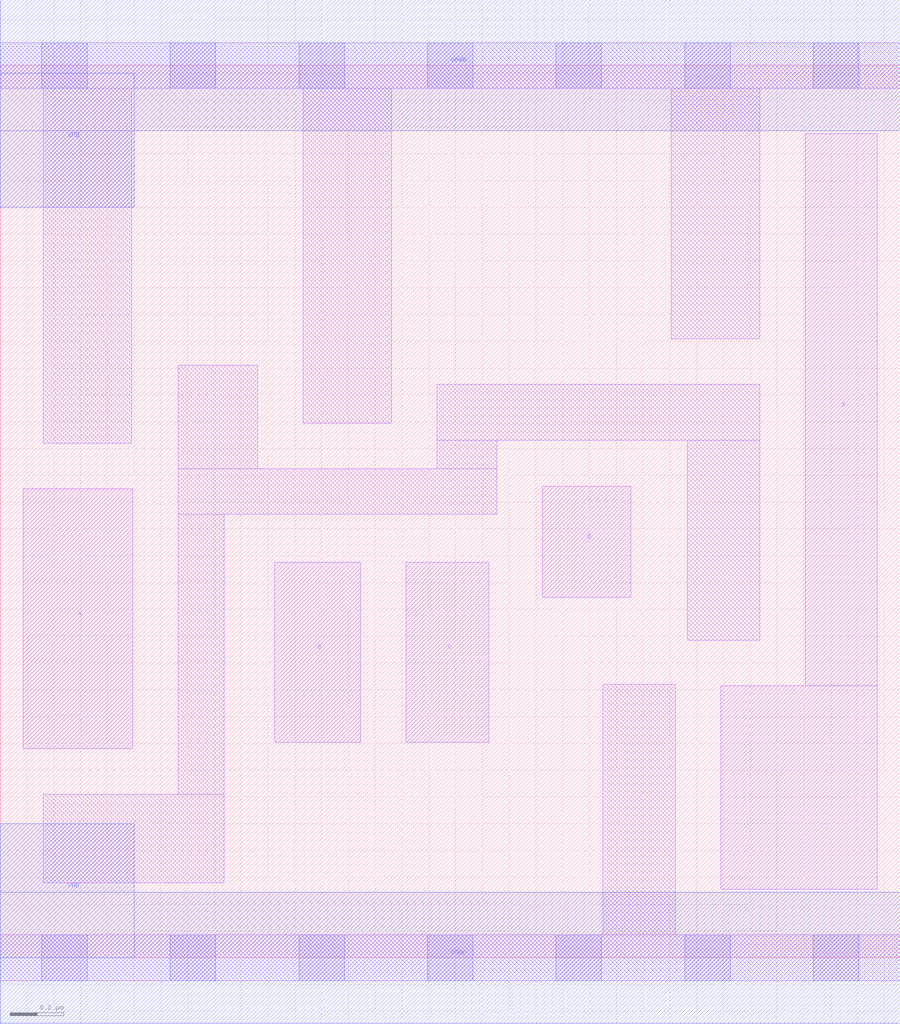
<source format=lef>
# Copyright 2020 The SkyWater PDK Authors
#
# Licensed under the Apache License, Version 2.0 (the "License");
# you may not use this file except in compliance with the License.
# You may obtain a copy of the License at
#
#     https://www.apache.org/licenses/LICENSE-2.0
#
# Unless required by applicable law or agreed to in writing, software
# distributed under the License is distributed on an "AS IS" BASIS,
# WITHOUT WARRANTIES OR CONDITIONS OF ANY KIND, either express or implied.
# See the License for the specific language governing permissions and
# limitations under the License.
#
# SPDX-License-Identifier: Apache-2.0

VERSION 5.5 ;
NAMESCASESENSITIVE ON ;
BUSBITCHARS "[]" ;
DIVIDERCHAR "/" ;
MACRO sky130_fd_sc_lp__and4_1
  CLASS CORE ;
  SOURCE USER ;
  ORIGIN  0.000000  0.000000 ;
  SIZE  3.360000 BY  3.330000 ;
  SYMMETRY X Y R90 ;
  SITE unit ;
  PIN A
    ANTENNAGATEAREA  0.126000 ;
    DIRECTION INPUT ;
    USE SIGNAL ;
    PORT
      LAYER li1 ;
        RECT 0.085000 0.780000 0.495000 1.750000 ;
    END
  END A
  PIN B
    ANTENNAGATEAREA  0.126000 ;
    DIRECTION INPUT ;
    USE SIGNAL ;
    PORT
      LAYER li1 ;
        RECT 1.025000 0.805000 1.345000 1.475000 ;
    END
  END B
  PIN C
    ANTENNAGATEAREA  0.126000 ;
    DIRECTION INPUT ;
    USE SIGNAL ;
    PORT
      LAYER li1 ;
        RECT 1.515000 0.805000 1.825000 1.475000 ;
    END
  END C
  PIN D
    ANTENNAGATEAREA  0.126000 ;
    DIRECTION INPUT ;
    USE SIGNAL ;
    PORT
      LAYER li1 ;
        RECT 2.025000 1.345000 2.355000 1.760000 ;
    END
  END D
  PIN X
    ANTENNADIFFAREA  0.556500 ;
    DIRECTION OUTPUT ;
    USE SIGNAL ;
    PORT
      LAYER li1 ;
        RECT 2.690000 0.255000 3.275000 1.015000 ;
        RECT 3.005000 1.015000 3.275000 3.075000 ;
    END
  END X
  PIN VGND
    DIRECTION INOUT ;
    USE GROUND ;
    PORT
      LAYER met1 ;
        RECT 0.000000 -0.245000 3.360000 0.245000 ;
    END
  END VGND
  PIN VNB
    DIRECTION INOUT ;
    USE GROUND ;
    PORT
      LAYER met1 ;
        RECT 0.000000 0.000000 0.500000 0.500000 ;
    END
  END VNB
  PIN VPB
    DIRECTION INOUT ;
    USE POWER ;
    PORT
      LAYER met1 ;
        RECT 0.000000 2.800000 0.500000 3.300000 ;
    END
  END VPB
  PIN VPWR
    DIRECTION INOUT ;
    USE POWER ;
    PORT
      LAYER met1 ;
        RECT 0.000000 3.085000 3.360000 3.575000 ;
    END
  END VPWR
  OBS
    LAYER li1 ;
      RECT 0.000000 -0.085000 3.360000 0.085000 ;
      RECT 0.000000  3.245000 3.360000 3.415000 ;
      RECT 0.160000  0.280000 0.835000 0.610000 ;
      RECT 0.160000  1.920000 0.490000 3.245000 ;
      RECT 0.665000  0.610000 0.835000 1.655000 ;
      RECT 0.665000  1.655000 1.855000 1.825000 ;
      RECT 0.665000  1.825000 0.960000 2.210000 ;
      RECT 1.130000  1.995000 1.460000 3.245000 ;
      RECT 1.630000  1.825000 1.855000 1.930000 ;
      RECT 1.630000  1.930000 2.835000 2.140000 ;
      RECT 2.250000  0.085000 2.520000 1.020000 ;
      RECT 2.505000  2.310000 2.835000 3.245000 ;
      RECT 2.565000  1.185000 2.835000 1.930000 ;
    LAYER mcon ;
      RECT 0.155000 -0.085000 0.325000 0.085000 ;
      RECT 0.155000  3.245000 0.325000 3.415000 ;
      RECT 0.635000 -0.085000 0.805000 0.085000 ;
      RECT 0.635000  3.245000 0.805000 3.415000 ;
      RECT 1.115000 -0.085000 1.285000 0.085000 ;
      RECT 1.115000  3.245000 1.285000 3.415000 ;
      RECT 1.595000 -0.085000 1.765000 0.085000 ;
      RECT 1.595000  3.245000 1.765000 3.415000 ;
      RECT 2.075000 -0.085000 2.245000 0.085000 ;
      RECT 2.075000  3.245000 2.245000 3.415000 ;
      RECT 2.555000 -0.085000 2.725000 0.085000 ;
      RECT 2.555000  3.245000 2.725000 3.415000 ;
      RECT 3.035000 -0.085000 3.205000 0.085000 ;
      RECT 3.035000  3.245000 3.205000 3.415000 ;
  END
END sky130_fd_sc_lp__and4_1
END LIBRARY

</source>
